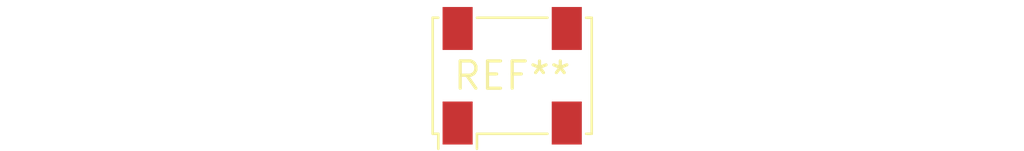
<source format=kicad_pcb>
(kicad_pcb (version 20240108) (generator pcbnew)
  (layers (0 "F.Cu" signal) (31 "B.Cu" signal) (34 "B.Paste" user) (35 "F.Paste" user) (36 "B.SilkS" user "B.Silkscreen") (37 "F.SilkS" user "F.Silkscreen") (38 "B.Mask" user) (39 "F.Mask" user) (44 "Edge.Cuts" user))
  (net 0 "")
  (footprint "Oscillator_SMD_Fordahl_DFAS11-4Pin_7.0x5.0mm" (layer "F.Cu") (at 0 0)
    (property "Reference" "REF**")
    (property "Value" "Oscillator_SMD_Fordahl_DFAS11-4Pin_7.0x5.0mm")
    (fp_line (start -3.7 -2.7) (end -3.44 -2.7) (layer "F.SilkS") (stroke (width 0.12)))
    (fp_line (start -3.7 2.7) (end -3.7 -2.7) (layer "F.SilkS") (stroke (width 0.12)))
    (fp_line (start -3.44 2.7) (end -3.7 2.7) (layer "F.SilkS") (stroke (width 0.12)))
    (fp_line (start -3.44 3.4) (end -3.44 2.7) (layer "F.SilkS") (stroke (width 0.12)))
    (fp_line (start -1.64 -2.7) (end 1.64 -2.7) (layer "F.SilkS") (stroke (width 0.12)))
    (fp_line (start -1.64 2.7) (end -1.64 3.4) (layer "F.SilkS") (stroke (width 0.12)))
    (fp_line (start 1.64 2.7) (end -1.64 2.7) (layer "F.SilkS") (stroke (width 0.12)))
    (fp_line (start 3.44 -2.7) (end 3.7 -2.7) (layer "F.SilkS") (stroke (width 0.12)))
    (fp_line (start 3.7 -2.7) (end 3.7 2.7) (layer "F.SilkS") (stroke (width 0.12)))
    (fp_line (start 3.7 2.7) (end 3.44 2.7) (layer "F.SilkS") (stroke (width 0.12)))
    (pad "1" smd rect (at -2.54 2.2) (size 1.4 2) (layers "F.Cu" "F.Paste" "F.Mask"))
    (pad "2" smd rect (at 2.54 2.2) (size 1.4 2) (layers "F.Cu" "F.Paste" "F.Mask"))
    (pad "3" smd rect (at 2.54 -2.2) (size 1.4 2) (layers "F.Cu" "F.Paste" "F.Mask"))
    (pad "4" smd rect (at -2.54 -2.2) (size 1.4 2) (layers "F.Cu" "F.Paste" "F.Mask"))
  )
)
</source>
